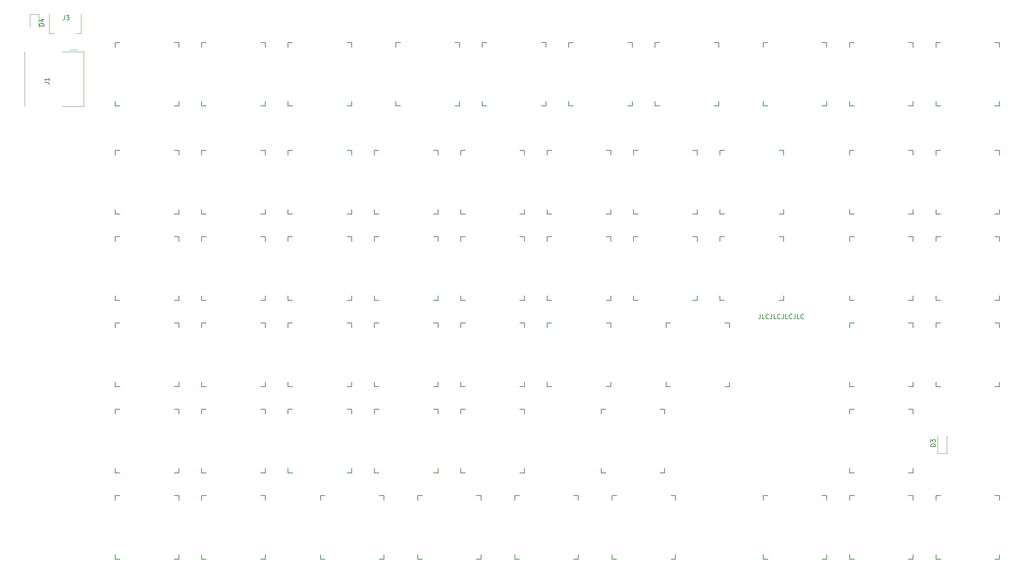
<source format=gto>
G04 #@! TF.GenerationSoftware,KiCad,Pcbnew,5.1.12-1.fc34*
G04 #@! TF.CreationDate,2021-12-19T18:48:49+02:00*
G04 #@! TF.ProjectId,slash_right,736c6173-685f-4726-9967-68742e6b6963,rev?*
G04 #@! TF.SameCoordinates,Original*
G04 #@! TF.FileFunction,Legend,Top*
G04 #@! TF.FilePolarity,Positive*
%FSLAX46Y46*%
G04 Gerber Fmt 4.6, Leading zero omitted, Abs format (unit mm)*
G04 Created by KiCad (PCBNEW 5.1.12-1.fc34) date 2021-12-19 18:48:49*
%MOMM*%
%LPD*%
G01*
G04 APERTURE LIST*
%ADD10C,0.150000*%
%ADD11C,0.120000*%
%ADD12C,1.701800*%
%ADD13C,3.987800*%
%ADD14C,3.000000*%
%ADD15C,3.048000*%
%ADD16C,1.500000*%
%ADD17C,2.000000*%
%ADD18O,1.100000X2.400000*%
%ADD19C,1.100000*%
%ADD20R,1.100000X1.100000*%
%ADD21O,1.700000X1.700000*%
%ADD22R,1.700000X1.700000*%
%ADD23R,1.520000X1.520000*%
%ADD24C,2.500000*%
%ADD25C,1.520000*%
%ADD26R,1.200000X0.900000*%
G04 APERTURE END LIST*
D10*
X199140952Y-98222380D02*
X199140952Y-98936666D01*
X199093333Y-99079523D01*
X198998095Y-99174761D01*
X198855238Y-99222380D01*
X198760000Y-99222380D01*
X200093333Y-99222380D02*
X199617142Y-99222380D01*
X199617142Y-98222380D01*
X200998095Y-99127142D02*
X200950476Y-99174761D01*
X200807619Y-99222380D01*
X200712380Y-99222380D01*
X200569523Y-99174761D01*
X200474285Y-99079523D01*
X200426666Y-98984285D01*
X200379047Y-98793809D01*
X200379047Y-98650952D01*
X200426666Y-98460476D01*
X200474285Y-98365238D01*
X200569523Y-98270000D01*
X200712380Y-98222380D01*
X200807619Y-98222380D01*
X200950476Y-98270000D01*
X200998095Y-98317619D01*
X201712380Y-98222380D02*
X201712380Y-98936666D01*
X201664761Y-99079523D01*
X201569523Y-99174761D01*
X201426666Y-99222380D01*
X201331428Y-99222380D01*
X202664761Y-99222380D02*
X202188571Y-99222380D01*
X202188571Y-98222380D01*
X203569523Y-99127142D02*
X203521904Y-99174761D01*
X203379047Y-99222380D01*
X203283809Y-99222380D01*
X203140952Y-99174761D01*
X203045714Y-99079523D01*
X202998095Y-98984285D01*
X202950476Y-98793809D01*
X202950476Y-98650952D01*
X202998095Y-98460476D01*
X203045714Y-98365238D01*
X203140952Y-98270000D01*
X203283809Y-98222380D01*
X203379047Y-98222380D01*
X203521904Y-98270000D01*
X203569523Y-98317619D01*
X204283809Y-98222380D02*
X204283809Y-98936666D01*
X204236190Y-99079523D01*
X204140952Y-99174761D01*
X203998095Y-99222380D01*
X203902857Y-99222380D01*
X205236190Y-99222380D02*
X204760000Y-99222380D01*
X204760000Y-98222380D01*
X206140952Y-99127142D02*
X206093333Y-99174761D01*
X205950476Y-99222380D01*
X205855238Y-99222380D01*
X205712380Y-99174761D01*
X205617142Y-99079523D01*
X205569523Y-98984285D01*
X205521904Y-98793809D01*
X205521904Y-98650952D01*
X205569523Y-98460476D01*
X205617142Y-98365238D01*
X205712380Y-98270000D01*
X205855238Y-98222380D01*
X205950476Y-98222380D01*
X206093333Y-98270000D01*
X206140952Y-98317619D01*
X206855238Y-98222380D02*
X206855238Y-98936666D01*
X206807619Y-99079523D01*
X206712380Y-99174761D01*
X206569523Y-99222380D01*
X206474285Y-99222380D01*
X207807619Y-99222380D02*
X207331428Y-99222380D01*
X207331428Y-98222380D01*
X208712380Y-99127142D02*
X208664761Y-99174761D01*
X208521904Y-99222380D01*
X208426666Y-99222380D01*
X208283809Y-99174761D01*
X208188571Y-99079523D01*
X208140952Y-98984285D01*
X208093333Y-98793809D01*
X208093333Y-98650952D01*
X208140952Y-98460476D01*
X208188571Y-98365238D01*
X208283809Y-98270000D01*
X208426666Y-98222380D01*
X208521904Y-98222380D01*
X208664761Y-98270000D01*
X208712380Y-98317619D01*
X116153750Y-138262500D02*
X116153750Y-139262500D01*
X115153750Y-152262500D02*
X116153750Y-152262500D01*
X116153750Y-138262500D02*
X115153750Y-138262500D01*
X116153750Y-151262500D02*
X116153750Y-152262500D01*
X102153750Y-152262500D02*
X102153750Y-151262500D01*
X103153750Y-138262500D02*
X102153750Y-138262500D01*
X102153750Y-152262500D02*
X103153750Y-152262500D01*
X102153750Y-139262500D02*
X102153750Y-138262500D01*
X251885000Y-138262500D02*
X251885000Y-139262500D01*
X250885000Y-152262500D02*
X251885000Y-152262500D01*
X251885000Y-138262500D02*
X250885000Y-138262500D01*
X251885000Y-151262500D02*
X251885000Y-152262500D01*
X237885000Y-152262500D02*
X237885000Y-151262500D01*
X238885000Y-138262500D02*
X237885000Y-138262500D01*
X237885000Y-152262500D02*
X238885000Y-152262500D01*
X237885000Y-139262500D02*
X237885000Y-138262500D01*
X251885000Y-100162500D02*
X251885000Y-101162500D01*
X250885000Y-114162500D02*
X251885000Y-114162500D01*
X251885000Y-100162500D02*
X250885000Y-100162500D01*
X251885000Y-113162500D02*
X251885000Y-114162500D01*
X237885000Y-114162500D02*
X237885000Y-113162500D01*
X238885000Y-100162500D02*
X237885000Y-100162500D01*
X237885000Y-114162500D02*
X238885000Y-114162500D01*
X237885000Y-101162500D02*
X237885000Y-100162500D01*
X251885000Y-81112500D02*
X251885000Y-82112500D01*
X250885000Y-95112500D02*
X251885000Y-95112500D01*
X251885000Y-81112500D02*
X250885000Y-81112500D01*
X251885000Y-94112500D02*
X251885000Y-95112500D01*
X237885000Y-95112500D02*
X237885000Y-94112500D01*
X238885000Y-81112500D02*
X237885000Y-81112500D01*
X237885000Y-95112500D02*
X238885000Y-95112500D01*
X237885000Y-82112500D02*
X237885000Y-81112500D01*
X251885000Y-62062500D02*
X251885000Y-63062500D01*
X250885000Y-76062500D02*
X251885000Y-76062500D01*
X251885000Y-62062500D02*
X250885000Y-62062500D01*
X251885000Y-75062500D02*
X251885000Y-76062500D01*
X237885000Y-76062500D02*
X237885000Y-75062500D01*
X238885000Y-62062500D02*
X237885000Y-62062500D01*
X237885000Y-76062500D02*
X238885000Y-76062500D01*
X237885000Y-63062500D02*
X237885000Y-62062500D01*
X251885000Y-38250000D02*
X251885000Y-39250000D01*
X250885000Y-52250000D02*
X251885000Y-52250000D01*
X251885000Y-38250000D02*
X250885000Y-38250000D01*
X251885000Y-51250000D02*
X251885000Y-52250000D01*
X237885000Y-52250000D02*
X237885000Y-51250000D01*
X238885000Y-38250000D02*
X237885000Y-38250000D01*
X237885000Y-52250000D02*
X238885000Y-52250000D01*
X237885000Y-39250000D02*
X237885000Y-38250000D01*
X232835000Y-138262500D02*
X232835000Y-139262500D01*
X231835000Y-152262500D02*
X232835000Y-152262500D01*
X232835000Y-138262500D02*
X231835000Y-138262500D01*
X232835000Y-151262500D02*
X232835000Y-152262500D01*
X218835000Y-152262500D02*
X218835000Y-151262500D01*
X219835000Y-138262500D02*
X218835000Y-138262500D01*
X218835000Y-152262500D02*
X219835000Y-152262500D01*
X218835000Y-139262500D02*
X218835000Y-138262500D01*
X232835000Y-119212500D02*
X232835000Y-120212500D01*
X231835000Y-133212500D02*
X232835000Y-133212500D01*
X232835000Y-119212500D02*
X231835000Y-119212500D01*
X232835000Y-132212500D02*
X232835000Y-133212500D01*
X218835000Y-133212500D02*
X218835000Y-132212500D01*
X219835000Y-119212500D02*
X218835000Y-119212500D01*
X218835000Y-133212500D02*
X219835000Y-133212500D01*
X218835000Y-120212500D02*
X218835000Y-119212500D01*
X232835000Y-100162500D02*
X232835000Y-101162500D01*
X231835000Y-114162500D02*
X232835000Y-114162500D01*
X232835000Y-100162500D02*
X231835000Y-100162500D01*
X232835000Y-113162500D02*
X232835000Y-114162500D01*
X218835000Y-114162500D02*
X218835000Y-113162500D01*
X219835000Y-100162500D02*
X218835000Y-100162500D01*
X218835000Y-114162500D02*
X219835000Y-114162500D01*
X218835000Y-101162500D02*
X218835000Y-100162500D01*
X232835000Y-81112500D02*
X232835000Y-82112500D01*
X231835000Y-95112500D02*
X232835000Y-95112500D01*
X232835000Y-81112500D02*
X231835000Y-81112500D01*
X232835000Y-94112500D02*
X232835000Y-95112500D01*
X218835000Y-95112500D02*
X218835000Y-94112500D01*
X219835000Y-81112500D02*
X218835000Y-81112500D01*
X218835000Y-95112500D02*
X219835000Y-95112500D01*
X218835000Y-82112500D02*
X218835000Y-81112500D01*
X232835000Y-62062500D02*
X232835000Y-63062500D01*
X231835000Y-76062500D02*
X232835000Y-76062500D01*
X232835000Y-62062500D02*
X231835000Y-62062500D01*
X232835000Y-75062500D02*
X232835000Y-76062500D01*
X218835000Y-76062500D02*
X218835000Y-75062500D01*
X219835000Y-62062500D02*
X218835000Y-62062500D01*
X218835000Y-76062500D02*
X219835000Y-76062500D01*
X218835000Y-63062500D02*
X218835000Y-62062500D01*
X232835000Y-38250000D02*
X232835000Y-39250000D01*
X231835000Y-52250000D02*
X232835000Y-52250000D01*
X232835000Y-38250000D02*
X231835000Y-38250000D01*
X232835000Y-51250000D02*
X232835000Y-52250000D01*
X218835000Y-52250000D02*
X218835000Y-51250000D01*
X219835000Y-38250000D02*
X218835000Y-38250000D01*
X218835000Y-52250000D02*
X219835000Y-52250000D01*
X218835000Y-39250000D02*
X218835000Y-38250000D01*
X213785000Y-138262500D02*
X213785000Y-139262500D01*
X212785000Y-152262500D02*
X213785000Y-152262500D01*
X213785000Y-138262500D02*
X212785000Y-138262500D01*
X213785000Y-151262500D02*
X213785000Y-152262500D01*
X199785000Y-152262500D02*
X199785000Y-151262500D01*
X200785000Y-138262500D02*
X199785000Y-138262500D01*
X199785000Y-152262500D02*
X200785000Y-152262500D01*
X199785000Y-139262500D02*
X199785000Y-138262500D01*
X192353750Y-100162500D02*
X192353750Y-101162500D01*
X191353750Y-114162500D02*
X192353750Y-114162500D01*
X192353750Y-100162500D02*
X191353750Y-100162500D01*
X192353750Y-113162500D02*
X192353750Y-114162500D01*
X178353750Y-114162500D02*
X178353750Y-113162500D01*
X179353750Y-100162500D02*
X178353750Y-100162500D01*
X178353750Y-114162500D02*
X179353750Y-114162500D01*
X178353750Y-101162500D02*
X178353750Y-100162500D01*
X204260000Y-81112500D02*
X204260000Y-82112500D01*
X203260000Y-95112500D02*
X204260000Y-95112500D01*
X204260000Y-81112500D02*
X203260000Y-81112500D01*
X204260000Y-94112500D02*
X204260000Y-95112500D01*
X190260000Y-95112500D02*
X190260000Y-94112500D01*
X191260000Y-81112500D02*
X190260000Y-81112500D01*
X190260000Y-95112500D02*
X191260000Y-95112500D01*
X190260000Y-82112500D02*
X190260000Y-81112500D01*
X204260000Y-62062500D02*
X204260000Y-63062500D01*
X203260000Y-76062500D02*
X204260000Y-76062500D01*
X204260000Y-62062500D02*
X203260000Y-62062500D01*
X204260000Y-75062500D02*
X204260000Y-76062500D01*
X190260000Y-76062500D02*
X190260000Y-75062500D01*
X191260000Y-62062500D02*
X190260000Y-62062500D01*
X190260000Y-76062500D02*
X191260000Y-76062500D01*
X190260000Y-63062500D02*
X190260000Y-62062500D01*
X213785000Y-38250000D02*
X213785000Y-39250000D01*
X212785000Y-52250000D02*
X213785000Y-52250000D01*
X213785000Y-38250000D02*
X212785000Y-38250000D01*
X213785000Y-51250000D02*
X213785000Y-52250000D01*
X199785000Y-52250000D02*
X199785000Y-51250000D01*
X200785000Y-38250000D02*
X199785000Y-38250000D01*
X199785000Y-52250000D02*
X200785000Y-52250000D01*
X199785000Y-39250000D02*
X199785000Y-38250000D01*
X180447500Y-138262500D02*
X180447500Y-139262500D01*
X179447500Y-152262500D02*
X180447500Y-152262500D01*
X180447500Y-138262500D02*
X179447500Y-138262500D01*
X180447500Y-151262500D02*
X180447500Y-152262500D01*
X166447500Y-152262500D02*
X166447500Y-151262500D01*
X167447500Y-138262500D02*
X166447500Y-138262500D01*
X166447500Y-152262500D02*
X167447500Y-152262500D01*
X166447500Y-139262500D02*
X166447500Y-138262500D01*
X178066250Y-119212500D02*
X178066250Y-120212500D01*
X177066250Y-133212500D02*
X178066250Y-133212500D01*
X178066250Y-119212500D02*
X177066250Y-119212500D01*
X178066250Y-132212500D02*
X178066250Y-133212500D01*
X164066250Y-133212500D02*
X164066250Y-132212500D01*
X165066250Y-119212500D02*
X164066250Y-119212500D01*
X164066250Y-133212500D02*
X165066250Y-133212500D01*
X164066250Y-120212500D02*
X164066250Y-119212500D01*
X166160000Y-100162500D02*
X166160000Y-101162500D01*
X165160000Y-114162500D02*
X166160000Y-114162500D01*
X166160000Y-100162500D02*
X165160000Y-100162500D01*
X166160000Y-113162500D02*
X166160000Y-114162500D01*
X152160000Y-114162500D02*
X152160000Y-113162500D01*
X153160000Y-100162500D02*
X152160000Y-100162500D01*
X152160000Y-114162500D02*
X153160000Y-114162500D01*
X152160000Y-101162500D02*
X152160000Y-100162500D01*
X185210000Y-81112500D02*
X185210000Y-82112500D01*
X184210000Y-95112500D02*
X185210000Y-95112500D01*
X185210000Y-81112500D02*
X184210000Y-81112500D01*
X185210000Y-94112500D02*
X185210000Y-95112500D01*
X171210000Y-95112500D02*
X171210000Y-94112500D01*
X172210000Y-81112500D02*
X171210000Y-81112500D01*
X171210000Y-95112500D02*
X172210000Y-95112500D01*
X171210000Y-82112500D02*
X171210000Y-81112500D01*
X185210000Y-62062500D02*
X185210000Y-63062500D01*
X184210000Y-76062500D02*
X185210000Y-76062500D01*
X185210000Y-62062500D02*
X184210000Y-62062500D01*
X185210000Y-75062500D02*
X185210000Y-76062500D01*
X171210000Y-76062500D02*
X171210000Y-75062500D01*
X172210000Y-62062500D02*
X171210000Y-62062500D01*
X171210000Y-76062500D02*
X172210000Y-76062500D01*
X171210000Y-63062500D02*
X171210000Y-62062500D01*
X189972500Y-38250000D02*
X189972500Y-39250000D01*
X188972500Y-52250000D02*
X189972500Y-52250000D01*
X189972500Y-38250000D02*
X188972500Y-38250000D01*
X189972500Y-51250000D02*
X189972500Y-52250000D01*
X175972500Y-52250000D02*
X175972500Y-51250000D01*
X176972500Y-38250000D02*
X175972500Y-38250000D01*
X175972500Y-52250000D02*
X176972500Y-52250000D01*
X175972500Y-39250000D02*
X175972500Y-38250000D01*
X159016250Y-138262500D02*
X159016250Y-139262500D01*
X158016250Y-152262500D02*
X159016250Y-152262500D01*
X159016250Y-138262500D02*
X158016250Y-138262500D01*
X159016250Y-151262500D02*
X159016250Y-152262500D01*
X145016250Y-152262500D02*
X145016250Y-151262500D01*
X146016250Y-138262500D02*
X145016250Y-138262500D01*
X145016250Y-152262500D02*
X146016250Y-152262500D01*
X145016250Y-139262500D02*
X145016250Y-138262500D01*
X147110000Y-119212500D02*
X147110000Y-120212500D01*
X146110000Y-133212500D02*
X147110000Y-133212500D01*
X147110000Y-119212500D02*
X146110000Y-119212500D01*
X147110000Y-132212500D02*
X147110000Y-133212500D01*
X133110000Y-133212500D02*
X133110000Y-132212500D01*
X134110000Y-119212500D02*
X133110000Y-119212500D01*
X133110000Y-133212500D02*
X134110000Y-133212500D01*
X133110000Y-120212500D02*
X133110000Y-119212500D01*
X147110000Y-100162500D02*
X147110000Y-101162500D01*
X146110000Y-114162500D02*
X147110000Y-114162500D01*
X147110000Y-100162500D02*
X146110000Y-100162500D01*
X147110000Y-113162500D02*
X147110000Y-114162500D01*
X133110000Y-114162500D02*
X133110000Y-113162500D01*
X134110000Y-100162500D02*
X133110000Y-100162500D01*
X133110000Y-114162500D02*
X134110000Y-114162500D01*
X133110000Y-101162500D02*
X133110000Y-100162500D01*
X166160000Y-81112500D02*
X166160000Y-82112500D01*
X165160000Y-95112500D02*
X166160000Y-95112500D01*
X166160000Y-81112500D02*
X165160000Y-81112500D01*
X166160000Y-94112500D02*
X166160000Y-95112500D01*
X152160000Y-95112500D02*
X152160000Y-94112500D01*
X153160000Y-81112500D02*
X152160000Y-81112500D01*
X152160000Y-95112500D02*
X153160000Y-95112500D01*
X152160000Y-82112500D02*
X152160000Y-81112500D01*
X166160000Y-62062500D02*
X166160000Y-63062500D01*
X165160000Y-76062500D02*
X166160000Y-76062500D01*
X166160000Y-62062500D02*
X165160000Y-62062500D01*
X166160000Y-75062500D02*
X166160000Y-76062500D01*
X152160000Y-76062500D02*
X152160000Y-75062500D01*
X153160000Y-62062500D02*
X152160000Y-62062500D01*
X152160000Y-76062500D02*
X153160000Y-76062500D01*
X152160000Y-63062500D02*
X152160000Y-62062500D01*
X170922500Y-38250000D02*
X170922500Y-39250000D01*
X169922500Y-52250000D02*
X170922500Y-52250000D01*
X170922500Y-38250000D02*
X169922500Y-38250000D01*
X170922500Y-51250000D02*
X170922500Y-52250000D01*
X156922500Y-52250000D02*
X156922500Y-51250000D01*
X157922500Y-38250000D02*
X156922500Y-38250000D01*
X156922500Y-52250000D02*
X157922500Y-52250000D01*
X156922500Y-39250000D02*
X156922500Y-38250000D01*
X137585000Y-138262500D02*
X137585000Y-139262500D01*
X136585000Y-152262500D02*
X137585000Y-152262500D01*
X137585000Y-138262500D02*
X136585000Y-138262500D01*
X137585000Y-151262500D02*
X137585000Y-152262500D01*
X123585000Y-152262500D02*
X123585000Y-151262500D01*
X124585000Y-138262500D02*
X123585000Y-138262500D01*
X123585000Y-152262500D02*
X124585000Y-152262500D01*
X123585000Y-139262500D02*
X123585000Y-138262500D01*
X128060000Y-119212500D02*
X128060000Y-120212500D01*
X127060000Y-133212500D02*
X128060000Y-133212500D01*
X128060000Y-119212500D02*
X127060000Y-119212500D01*
X128060000Y-132212500D02*
X128060000Y-133212500D01*
X114060000Y-133212500D02*
X114060000Y-132212500D01*
X115060000Y-119212500D02*
X114060000Y-119212500D01*
X114060000Y-133212500D02*
X115060000Y-133212500D01*
X114060000Y-120212500D02*
X114060000Y-119212500D01*
X128060000Y-100162500D02*
X128060000Y-101162500D01*
X127060000Y-114162500D02*
X128060000Y-114162500D01*
X128060000Y-100162500D02*
X127060000Y-100162500D01*
X128060000Y-113162500D02*
X128060000Y-114162500D01*
X114060000Y-114162500D02*
X114060000Y-113162500D01*
X115060000Y-100162500D02*
X114060000Y-100162500D01*
X114060000Y-114162500D02*
X115060000Y-114162500D01*
X114060000Y-101162500D02*
X114060000Y-100162500D01*
X147110000Y-81112500D02*
X147110000Y-82112500D01*
X146110000Y-95112500D02*
X147110000Y-95112500D01*
X147110000Y-81112500D02*
X146110000Y-81112500D01*
X147110000Y-94112500D02*
X147110000Y-95112500D01*
X133110000Y-95112500D02*
X133110000Y-94112500D01*
X134110000Y-81112500D02*
X133110000Y-81112500D01*
X133110000Y-95112500D02*
X134110000Y-95112500D01*
X133110000Y-82112500D02*
X133110000Y-81112500D01*
X147110000Y-62062500D02*
X147110000Y-63062500D01*
X146110000Y-76062500D02*
X147110000Y-76062500D01*
X147110000Y-62062500D02*
X146110000Y-62062500D01*
X147110000Y-75062500D02*
X147110000Y-76062500D01*
X133110000Y-76062500D02*
X133110000Y-75062500D01*
X134110000Y-62062500D02*
X133110000Y-62062500D01*
X133110000Y-76062500D02*
X134110000Y-76062500D01*
X133110000Y-63062500D02*
X133110000Y-62062500D01*
X151872500Y-38250000D02*
X151872500Y-39250000D01*
X150872500Y-52250000D02*
X151872500Y-52250000D01*
X151872500Y-38250000D02*
X150872500Y-38250000D01*
X151872500Y-51250000D02*
X151872500Y-52250000D01*
X137872500Y-52250000D02*
X137872500Y-51250000D01*
X138872500Y-38250000D02*
X137872500Y-38250000D01*
X137872500Y-52250000D02*
X138872500Y-52250000D01*
X137872500Y-39250000D02*
X137872500Y-38250000D01*
X109010000Y-119212500D02*
X109010000Y-120212500D01*
X108010000Y-133212500D02*
X109010000Y-133212500D01*
X109010000Y-119212500D02*
X108010000Y-119212500D01*
X109010000Y-132212500D02*
X109010000Y-133212500D01*
X95010000Y-133212500D02*
X95010000Y-132212500D01*
X96010000Y-119212500D02*
X95010000Y-119212500D01*
X95010000Y-133212500D02*
X96010000Y-133212500D01*
X95010000Y-120212500D02*
X95010000Y-119212500D01*
X109010000Y-100162500D02*
X109010000Y-101162500D01*
X108010000Y-114162500D02*
X109010000Y-114162500D01*
X109010000Y-100162500D02*
X108010000Y-100162500D01*
X109010000Y-113162500D02*
X109010000Y-114162500D01*
X95010000Y-114162500D02*
X95010000Y-113162500D01*
X96010000Y-100162500D02*
X95010000Y-100162500D01*
X95010000Y-114162500D02*
X96010000Y-114162500D01*
X95010000Y-101162500D02*
X95010000Y-100162500D01*
X128060000Y-81112500D02*
X128060000Y-82112500D01*
X127060000Y-95112500D02*
X128060000Y-95112500D01*
X128060000Y-81112500D02*
X127060000Y-81112500D01*
X128060000Y-94112500D02*
X128060000Y-95112500D01*
X114060000Y-95112500D02*
X114060000Y-94112500D01*
X115060000Y-81112500D02*
X114060000Y-81112500D01*
X114060000Y-95112500D02*
X115060000Y-95112500D01*
X114060000Y-82112500D02*
X114060000Y-81112500D01*
X128060000Y-62062500D02*
X128060000Y-63062500D01*
X127060000Y-76062500D02*
X128060000Y-76062500D01*
X128060000Y-62062500D02*
X127060000Y-62062500D01*
X128060000Y-75062500D02*
X128060000Y-76062500D01*
X114060000Y-76062500D02*
X114060000Y-75062500D01*
X115060000Y-62062500D02*
X114060000Y-62062500D01*
X114060000Y-76062500D02*
X115060000Y-76062500D01*
X114060000Y-63062500D02*
X114060000Y-62062500D01*
X132822500Y-38250000D02*
X132822500Y-39250000D01*
X131822500Y-52250000D02*
X132822500Y-52250000D01*
X132822500Y-38250000D02*
X131822500Y-38250000D01*
X132822500Y-51250000D02*
X132822500Y-52250000D01*
X118822500Y-52250000D02*
X118822500Y-51250000D01*
X119822500Y-38250000D02*
X118822500Y-38250000D01*
X118822500Y-52250000D02*
X119822500Y-52250000D01*
X118822500Y-39250000D02*
X118822500Y-38250000D01*
X89960000Y-138262500D02*
X89960000Y-139262500D01*
X88960000Y-152262500D02*
X89960000Y-152262500D01*
X89960000Y-138262500D02*
X88960000Y-138262500D01*
X89960000Y-151262500D02*
X89960000Y-152262500D01*
X75960000Y-152262500D02*
X75960000Y-151262500D01*
X76960000Y-138262500D02*
X75960000Y-138262500D01*
X75960000Y-152262500D02*
X76960000Y-152262500D01*
X75960000Y-139262500D02*
X75960000Y-138262500D01*
X89960000Y-119212500D02*
X89960000Y-120212500D01*
X88960000Y-133212500D02*
X89960000Y-133212500D01*
X89960000Y-119212500D02*
X88960000Y-119212500D01*
X89960000Y-132212500D02*
X89960000Y-133212500D01*
X75960000Y-133212500D02*
X75960000Y-132212500D01*
X76960000Y-119212500D02*
X75960000Y-119212500D01*
X75960000Y-133212500D02*
X76960000Y-133212500D01*
X75960000Y-120212500D02*
X75960000Y-119212500D01*
X89960000Y-100162500D02*
X89960000Y-101162500D01*
X88960000Y-114162500D02*
X89960000Y-114162500D01*
X89960000Y-100162500D02*
X88960000Y-100162500D01*
X89960000Y-113162500D02*
X89960000Y-114162500D01*
X75960000Y-114162500D02*
X75960000Y-113162500D01*
X76960000Y-100162500D02*
X75960000Y-100162500D01*
X75960000Y-114162500D02*
X76960000Y-114162500D01*
X75960000Y-101162500D02*
X75960000Y-100162500D01*
X109010000Y-81112500D02*
X109010000Y-82112500D01*
X108010000Y-95112500D02*
X109010000Y-95112500D01*
X109010000Y-81112500D02*
X108010000Y-81112500D01*
X109010000Y-94112500D02*
X109010000Y-95112500D01*
X95010000Y-95112500D02*
X95010000Y-94112500D01*
X96010000Y-81112500D02*
X95010000Y-81112500D01*
X95010000Y-95112500D02*
X96010000Y-95112500D01*
X95010000Y-82112500D02*
X95010000Y-81112500D01*
X109010000Y-62062500D02*
X109010000Y-63062500D01*
X108010000Y-76062500D02*
X109010000Y-76062500D01*
X109010000Y-62062500D02*
X108010000Y-62062500D01*
X109010000Y-75062500D02*
X109010000Y-76062500D01*
X95010000Y-76062500D02*
X95010000Y-75062500D01*
X96010000Y-62062500D02*
X95010000Y-62062500D01*
X95010000Y-76062500D02*
X96010000Y-76062500D01*
X95010000Y-63062500D02*
X95010000Y-62062500D01*
X109010000Y-38250000D02*
X109010000Y-39250000D01*
X108010000Y-52250000D02*
X109010000Y-52250000D01*
X109010000Y-38250000D02*
X108010000Y-38250000D01*
X109010000Y-51250000D02*
X109010000Y-52250000D01*
X95010000Y-52250000D02*
X95010000Y-51250000D01*
X96010000Y-38250000D02*
X95010000Y-38250000D01*
X95010000Y-52250000D02*
X96010000Y-52250000D01*
X95010000Y-39250000D02*
X95010000Y-38250000D01*
X70910000Y-138262500D02*
X70910000Y-139262500D01*
X69910000Y-152262500D02*
X70910000Y-152262500D01*
X70910000Y-138262500D02*
X69910000Y-138262500D01*
X70910000Y-151262500D02*
X70910000Y-152262500D01*
X56910000Y-152262500D02*
X56910000Y-151262500D01*
X57910000Y-138262500D02*
X56910000Y-138262500D01*
X56910000Y-152262500D02*
X57910000Y-152262500D01*
X56910000Y-139262500D02*
X56910000Y-138262500D01*
X70910000Y-119212500D02*
X70910000Y-120212500D01*
X69910000Y-133212500D02*
X70910000Y-133212500D01*
X70910000Y-119212500D02*
X69910000Y-119212500D01*
X70910000Y-132212500D02*
X70910000Y-133212500D01*
X56910000Y-133212500D02*
X56910000Y-132212500D01*
X57910000Y-119212500D02*
X56910000Y-119212500D01*
X56910000Y-133212500D02*
X57910000Y-133212500D01*
X56910000Y-120212500D02*
X56910000Y-119212500D01*
X70910000Y-100162500D02*
X70910000Y-101162500D01*
X69910000Y-114162500D02*
X70910000Y-114162500D01*
X70910000Y-100162500D02*
X69910000Y-100162500D01*
X70910000Y-113162500D02*
X70910000Y-114162500D01*
X56910000Y-114162500D02*
X56910000Y-113162500D01*
X57910000Y-100162500D02*
X56910000Y-100162500D01*
X56910000Y-114162500D02*
X57910000Y-114162500D01*
X56910000Y-101162500D02*
X56910000Y-100162500D01*
X89960000Y-81112500D02*
X89960000Y-82112500D01*
X88960000Y-95112500D02*
X89960000Y-95112500D01*
X89960000Y-81112500D02*
X88960000Y-81112500D01*
X89960000Y-94112500D02*
X89960000Y-95112500D01*
X75960000Y-95112500D02*
X75960000Y-94112500D01*
X76960000Y-81112500D02*
X75960000Y-81112500D01*
X75960000Y-95112500D02*
X76960000Y-95112500D01*
X75960000Y-82112500D02*
X75960000Y-81112500D01*
X89960000Y-62062500D02*
X89960000Y-63062500D01*
X88960000Y-76062500D02*
X89960000Y-76062500D01*
X89960000Y-62062500D02*
X88960000Y-62062500D01*
X89960000Y-75062500D02*
X89960000Y-76062500D01*
X75960000Y-76062500D02*
X75960000Y-75062500D01*
X76960000Y-62062500D02*
X75960000Y-62062500D01*
X75960000Y-76062500D02*
X76960000Y-76062500D01*
X75960000Y-63062500D02*
X75960000Y-62062500D01*
X89960000Y-38250000D02*
X89960000Y-39250000D01*
X88960000Y-52250000D02*
X89960000Y-52250000D01*
X89960000Y-38250000D02*
X88960000Y-38250000D01*
X89960000Y-51250000D02*
X89960000Y-52250000D01*
X75960000Y-52250000D02*
X75960000Y-51250000D01*
X76960000Y-38250000D02*
X75960000Y-38250000D01*
X75960000Y-52250000D02*
X76960000Y-52250000D01*
X75960000Y-39250000D02*
X75960000Y-38250000D01*
X70910000Y-81112500D02*
X70910000Y-82112500D01*
X69910000Y-95112500D02*
X70910000Y-95112500D01*
X70910000Y-81112500D02*
X69910000Y-81112500D01*
X70910000Y-94112500D02*
X70910000Y-95112500D01*
X56910000Y-95112500D02*
X56910000Y-94112500D01*
X57910000Y-81112500D02*
X56910000Y-81112500D01*
X56910000Y-95112500D02*
X57910000Y-95112500D01*
X56910000Y-82112500D02*
X56910000Y-81112500D01*
X70910000Y-62062500D02*
X70910000Y-63062500D01*
X69910000Y-76062500D02*
X70910000Y-76062500D01*
X70910000Y-62062500D02*
X69910000Y-62062500D01*
X70910000Y-75062500D02*
X70910000Y-76062500D01*
X56910000Y-76062500D02*
X56910000Y-75062500D01*
X57910000Y-62062500D02*
X56910000Y-62062500D01*
X56910000Y-76062500D02*
X57910000Y-76062500D01*
X56910000Y-63062500D02*
X56910000Y-62062500D01*
X70910000Y-38250000D02*
X70910000Y-39250000D01*
X69910000Y-52250000D02*
X70910000Y-52250000D01*
X70910000Y-38250000D02*
X69910000Y-38250000D01*
X70910000Y-51250000D02*
X70910000Y-52250000D01*
X56910000Y-52250000D02*
X56910000Y-51250000D01*
X57910000Y-38250000D02*
X56910000Y-38250000D01*
X56910000Y-52250000D02*
X57910000Y-52250000D01*
X56910000Y-39250000D02*
X56910000Y-38250000D01*
D11*
X49390000Y-36210000D02*
X49390000Y-31910000D01*
X48240000Y-36210000D02*
X49390000Y-36210000D01*
X42290000Y-36210000D02*
X43440000Y-36210000D01*
X42290000Y-31910000D02*
X42290000Y-36210000D01*
X47000000Y-39840000D02*
X48530000Y-39840000D01*
X45230000Y-40310000D02*
X49930000Y-40310000D01*
X36930000Y-52290000D02*
X36930000Y-40310000D01*
X49930000Y-52290000D02*
X45230000Y-52290000D01*
X49930000Y-40310000D02*
X49930000Y-52290000D01*
X38130000Y-31980000D02*
X38130000Y-34840000D01*
X40050000Y-31980000D02*
X38130000Y-31980000D01*
X40050000Y-34840000D02*
X40050000Y-31980000D01*
X238290000Y-128920000D02*
X238290000Y-125020000D01*
X240290000Y-128920000D02*
X240290000Y-125020000D01*
X238290000Y-128920000D02*
X240290000Y-128920000D01*
D10*
X45746666Y-32252380D02*
X45746666Y-32966666D01*
X45699047Y-33109523D01*
X45603809Y-33204761D01*
X45460952Y-33252380D01*
X45365714Y-33252380D01*
X46127619Y-32252380D02*
X46746666Y-32252380D01*
X46413333Y-32633333D01*
X46556190Y-32633333D01*
X46651428Y-32680952D01*
X46699047Y-32728571D01*
X46746666Y-32823809D01*
X46746666Y-33061904D01*
X46699047Y-33157142D01*
X46651428Y-33204761D01*
X46556190Y-33252380D01*
X46270476Y-33252380D01*
X46175238Y-33204761D01*
X46127619Y-33157142D01*
X41322380Y-47073333D02*
X42036666Y-47073333D01*
X42179523Y-47120952D01*
X42274761Y-47216190D01*
X42322380Y-47359047D01*
X42322380Y-47454285D01*
X42322380Y-46073333D02*
X42322380Y-46644761D01*
X42322380Y-46359047D02*
X41322380Y-46359047D01*
X41465238Y-46454285D01*
X41560476Y-46549523D01*
X41608095Y-46644761D01*
X41192380Y-34578095D02*
X40192380Y-34578095D01*
X40192380Y-34340000D01*
X40240000Y-34197142D01*
X40335238Y-34101904D01*
X40430476Y-34054285D01*
X40620952Y-34006666D01*
X40763809Y-34006666D01*
X40954285Y-34054285D01*
X41049523Y-34101904D01*
X41144761Y-34197142D01*
X41192380Y-34340000D01*
X41192380Y-34578095D01*
X40525714Y-33149523D02*
X41192380Y-33149523D01*
X40144761Y-33387619D02*
X40859047Y-33625714D01*
X40859047Y-33006666D01*
X237742380Y-127408095D02*
X236742380Y-127408095D01*
X236742380Y-127170000D01*
X236790000Y-127027142D01*
X236885238Y-126931904D01*
X236980476Y-126884285D01*
X237170952Y-126836666D01*
X237313809Y-126836666D01*
X237504285Y-126884285D01*
X237599523Y-126931904D01*
X237694761Y-127027142D01*
X237742380Y-127170000D01*
X237742380Y-127408095D01*
X236742380Y-126503333D02*
X236742380Y-125884285D01*
X237123333Y-126217619D01*
X237123333Y-126074761D01*
X237170952Y-125979523D01*
X237218571Y-125931904D01*
X237313809Y-125884285D01*
X237551904Y-125884285D01*
X237647142Y-125931904D01*
X237694761Y-125979523D01*
X237742380Y-126074761D01*
X237742380Y-126360476D01*
X237694761Y-126455714D01*
X237647142Y-126503333D01*
%LPC*%
D12*
X104073750Y-145262500D03*
X114233750Y-145262500D03*
D13*
X109153750Y-145262500D03*
D14*
X105343750Y-142722500D03*
X111693750Y-140182500D03*
D15*
X159166250Y-119227500D03*
X182966250Y-119227500D03*
D13*
X159166250Y-134467500D03*
X182966250Y-134467500D03*
D16*
X200800000Y-111750000D03*
X205680000Y-111750000D03*
D12*
X239805000Y-145262500D03*
X249965000Y-145262500D03*
D13*
X244885000Y-145262500D03*
D14*
X241075000Y-142722500D03*
X247425000Y-140182500D03*
D12*
X239805000Y-107162500D03*
X249965000Y-107162500D03*
D13*
X244885000Y-107162500D03*
D14*
X241075000Y-104622500D03*
X247425000Y-102082500D03*
D12*
X239805000Y-88112500D03*
X249965000Y-88112500D03*
D13*
X244885000Y-88112500D03*
D14*
X241075000Y-85572500D03*
X247425000Y-83032500D03*
D12*
X239805000Y-69062500D03*
X249965000Y-69062500D03*
D13*
X244885000Y-69062500D03*
D14*
X241075000Y-66522500D03*
X247425000Y-63982500D03*
D12*
X239805000Y-45250000D03*
X249965000Y-45250000D03*
D13*
X244885000Y-45250000D03*
D14*
X241075000Y-42710000D03*
X247425000Y-40170000D03*
D12*
X220755000Y-145262500D03*
X230915000Y-145262500D03*
D13*
X225835000Y-145262500D03*
D14*
X222025000Y-142722500D03*
X228375000Y-140182500D03*
D12*
X220755000Y-126212500D03*
X230915000Y-126212500D03*
D13*
X225835000Y-126212500D03*
D14*
X222025000Y-123672500D03*
X228375000Y-121132500D03*
D12*
X220755000Y-107162500D03*
X230915000Y-107162500D03*
D13*
X225835000Y-107162500D03*
D14*
X222025000Y-104622500D03*
X228375000Y-102082500D03*
D12*
X220755000Y-88112500D03*
X230915000Y-88112500D03*
D13*
X225835000Y-88112500D03*
D14*
X222025000Y-85572500D03*
X228375000Y-83032500D03*
D12*
X220755000Y-69062500D03*
X230915000Y-69062500D03*
D13*
X225835000Y-69062500D03*
D14*
X222025000Y-66522500D03*
X228375000Y-63982500D03*
D12*
X220755000Y-45250000D03*
X230915000Y-45250000D03*
D13*
X225835000Y-45250000D03*
D14*
X222025000Y-42710000D03*
X228375000Y-40170000D03*
D12*
X201705000Y-145262500D03*
X211865000Y-145262500D03*
D13*
X206785000Y-145262500D03*
D14*
X202975000Y-142722500D03*
X209325000Y-140182500D03*
D12*
X180273750Y-107162500D03*
X190433750Y-107162500D03*
D13*
X185353750Y-107162500D03*
D14*
X181543750Y-104622500D03*
X187893750Y-102082500D03*
D12*
X192180000Y-88112500D03*
X202340000Y-88112500D03*
D13*
X197260000Y-88112500D03*
D14*
X193450000Y-85572500D03*
X199800000Y-83032500D03*
D12*
X192180000Y-69062500D03*
X202340000Y-69062500D03*
D13*
X197260000Y-69062500D03*
D14*
X193450000Y-66522500D03*
X199800000Y-63982500D03*
D12*
X201705000Y-45250000D03*
X211865000Y-45250000D03*
D13*
X206785000Y-45250000D03*
D14*
X202975000Y-42710000D03*
X209325000Y-40170000D03*
D12*
X168367500Y-145262500D03*
X178527500Y-145262500D03*
D13*
X173447500Y-145262500D03*
D14*
X169637500Y-142722500D03*
X175987500Y-140182500D03*
D12*
X165986250Y-126212500D03*
X176146250Y-126212500D03*
D13*
X171066250Y-126212500D03*
D14*
X167256250Y-123672500D03*
X173606250Y-121132500D03*
D12*
X154080000Y-107162500D03*
X164240000Y-107162500D03*
D13*
X159160000Y-107162500D03*
D14*
X155350000Y-104622500D03*
X161700000Y-102082500D03*
D12*
X173130000Y-88112500D03*
X183290000Y-88112500D03*
D13*
X178210000Y-88112500D03*
D14*
X174400000Y-85572500D03*
X180750000Y-83032500D03*
D12*
X173130000Y-69062500D03*
X183290000Y-69062500D03*
D13*
X178210000Y-69062500D03*
D14*
X174400000Y-66522500D03*
X180750000Y-63982500D03*
D12*
X177892500Y-45250000D03*
X188052500Y-45250000D03*
D13*
X182972500Y-45250000D03*
D14*
X179162500Y-42710000D03*
X185512500Y-40170000D03*
D12*
X146936250Y-145262500D03*
X157096250Y-145262500D03*
D13*
X152016250Y-145262500D03*
D14*
X148206250Y-142722500D03*
X154556250Y-140182500D03*
D12*
X135030000Y-126212500D03*
X145190000Y-126212500D03*
D13*
X140110000Y-126212500D03*
D14*
X136300000Y-123672500D03*
X142650000Y-121132500D03*
D12*
X135030000Y-107162500D03*
X145190000Y-107162500D03*
D13*
X140110000Y-107162500D03*
D14*
X136300000Y-104622500D03*
X142650000Y-102082500D03*
D12*
X154080000Y-88112500D03*
X164240000Y-88112500D03*
D13*
X159160000Y-88112500D03*
D14*
X155350000Y-85572500D03*
X161700000Y-83032500D03*
D12*
X154080000Y-69062500D03*
X164240000Y-69062500D03*
D13*
X159160000Y-69062500D03*
D14*
X155350000Y-66522500D03*
X161700000Y-63982500D03*
D12*
X158842500Y-45250000D03*
X169002500Y-45250000D03*
D13*
X163922500Y-45250000D03*
D14*
X160112500Y-42710000D03*
X166462500Y-40170000D03*
D12*
X125505000Y-145262500D03*
X135665000Y-145262500D03*
D13*
X130585000Y-145262500D03*
D14*
X126775000Y-142722500D03*
X133125000Y-140182500D03*
D12*
X115980000Y-126212500D03*
X126140000Y-126212500D03*
D13*
X121060000Y-126212500D03*
D14*
X117250000Y-123672500D03*
X123600000Y-121132500D03*
D12*
X115980000Y-107162500D03*
X126140000Y-107162500D03*
D13*
X121060000Y-107162500D03*
D14*
X117250000Y-104622500D03*
X123600000Y-102082500D03*
D12*
X135030000Y-88112500D03*
X145190000Y-88112500D03*
D13*
X140110000Y-88112500D03*
D14*
X136300000Y-85572500D03*
X142650000Y-83032500D03*
D12*
X135030000Y-69062500D03*
X145190000Y-69062500D03*
D13*
X140110000Y-69062500D03*
D14*
X136300000Y-66522500D03*
X142650000Y-63982500D03*
D12*
X139792500Y-45250000D03*
X149952500Y-45250000D03*
D13*
X144872500Y-45250000D03*
D14*
X141062500Y-42710000D03*
X147412500Y-40170000D03*
D12*
X96930000Y-126212500D03*
X107090000Y-126212500D03*
D13*
X102010000Y-126212500D03*
D14*
X98200000Y-123672500D03*
X104550000Y-121132500D03*
D12*
X96930000Y-107162500D03*
X107090000Y-107162500D03*
D13*
X102010000Y-107162500D03*
D14*
X98200000Y-104622500D03*
X104550000Y-102082500D03*
D12*
X115980000Y-88112500D03*
X126140000Y-88112500D03*
D13*
X121060000Y-88112500D03*
D14*
X117250000Y-85572500D03*
X123600000Y-83032500D03*
D12*
X115980000Y-69062500D03*
X126140000Y-69062500D03*
D13*
X121060000Y-69062500D03*
D14*
X117250000Y-66522500D03*
X123600000Y-63982500D03*
D12*
X120742500Y-45250000D03*
X130902500Y-45250000D03*
D13*
X125822500Y-45250000D03*
D14*
X122012500Y-42710000D03*
X128362500Y-40170000D03*
D12*
X77880000Y-145262500D03*
X88040000Y-145262500D03*
D13*
X82960000Y-145262500D03*
D14*
X79150000Y-142722500D03*
X85500000Y-140182500D03*
D12*
X77880000Y-126212500D03*
X88040000Y-126212500D03*
D13*
X82960000Y-126212500D03*
D14*
X79150000Y-123672500D03*
X85500000Y-121132500D03*
D12*
X77880000Y-107162500D03*
X88040000Y-107162500D03*
D13*
X82960000Y-107162500D03*
D14*
X79150000Y-104622500D03*
X85500000Y-102082500D03*
D12*
X96930000Y-88112500D03*
X107090000Y-88112500D03*
D13*
X102010000Y-88112500D03*
D14*
X98200000Y-85572500D03*
X104550000Y-83032500D03*
D12*
X96930000Y-69062500D03*
X107090000Y-69062500D03*
D13*
X102010000Y-69062500D03*
D14*
X98200000Y-66522500D03*
X104550000Y-63982500D03*
D12*
X96930000Y-45250000D03*
X107090000Y-45250000D03*
D13*
X102010000Y-45250000D03*
D14*
X98200000Y-42710000D03*
X104550000Y-40170000D03*
D12*
X58830000Y-145262500D03*
X68990000Y-145262500D03*
D13*
X63910000Y-145262500D03*
D14*
X60100000Y-142722500D03*
X66450000Y-140182500D03*
D12*
X58830000Y-126212500D03*
X68990000Y-126212500D03*
D13*
X63910000Y-126212500D03*
D14*
X60100000Y-123672500D03*
X66450000Y-121132500D03*
D12*
X58830000Y-107162500D03*
X68990000Y-107162500D03*
D13*
X63910000Y-107162500D03*
D14*
X60100000Y-104622500D03*
X66450000Y-102082500D03*
D12*
X77880000Y-88112500D03*
X88040000Y-88112500D03*
D13*
X82960000Y-88112500D03*
D14*
X79150000Y-85572500D03*
X85500000Y-83032500D03*
D12*
X77880000Y-69062500D03*
X88040000Y-69062500D03*
D13*
X82960000Y-69062500D03*
D14*
X79150000Y-66522500D03*
X85500000Y-63982500D03*
D12*
X77880000Y-45250000D03*
X88040000Y-45250000D03*
D13*
X82960000Y-45250000D03*
D14*
X79150000Y-42710000D03*
X85500000Y-40170000D03*
D12*
X58830000Y-88112500D03*
X68990000Y-88112500D03*
D13*
X63910000Y-88112500D03*
D14*
X60100000Y-85572500D03*
X66450000Y-83032500D03*
D12*
X58830000Y-69062500D03*
X68990000Y-69062500D03*
D13*
X63910000Y-69062500D03*
D14*
X60100000Y-66522500D03*
X66450000Y-63982500D03*
D12*
X58830000Y-45250000D03*
X68990000Y-45250000D03*
D13*
X63910000Y-45250000D03*
D14*
X60100000Y-42710000D03*
X66450000Y-40170000D03*
D17*
X244230000Y-118400000D03*
X244230000Y-122900000D03*
X250730000Y-118400000D03*
X250730000Y-122900000D03*
D18*
X49390000Y-30210000D03*
X42290000Y-30210000D03*
D19*
X47440000Y-36210000D03*
X46640000Y-34610000D03*
X45840000Y-36210000D03*
X45040000Y-34610000D03*
D20*
X44240000Y-36210000D03*
D21*
X246050000Y-133280000D03*
X248590000Y-133280000D03*
X246050000Y-130740000D03*
X248590000Y-130740000D03*
X246050000Y-128200000D03*
D22*
X248590000Y-128200000D03*
D23*
X47770000Y-43740000D03*
D24*
X42930000Y-40290000D03*
D25*
X45230000Y-44760000D03*
X47770000Y-45780000D03*
X45230000Y-46800000D03*
X47770000Y-47820000D03*
X45230000Y-48840000D03*
D24*
X42930000Y-52290000D03*
G36*
G01*
X38639999Y-34290000D02*
X39540001Y-34290000D01*
G75*
G02*
X39790000Y-34539999I0J-249999D01*
G01*
X39790000Y-35190001D01*
G75*
G02*
X39540001Y-35440000I-249999J0D01*
G01*
X38639999Y-35440000D01*
G75*
G02*
X38390000Y-35190001I0J249999D01*
G01*
X38390000Y-34539999D01*
G75*
G02*
X38639999Y-34290000I249999J0D01*
G01*
G37*
G36*
G01*
X38639999Y-32240000D02*
X39540001Y-32240000D01*
G75*
G02*
X39790000Y-32489999I0J-249999D01*
G01*
X39790000Y-33140001D01*
G75*
G02*
X39540001Y-33390000I-249999J0D01*
G01*
X38639999Y-33390000D01*
G75*
G02*
X38390000Y-33140001I0J249999D01*
G01*
X38390000Y-32489999D01*
G75*
G02*
X38639999Y-32240000I249999J0D01*
G01*
G37*
D26*
X239290000Y-125020000D03*
X239290000Y-128320000D03*
M02*

</source>
